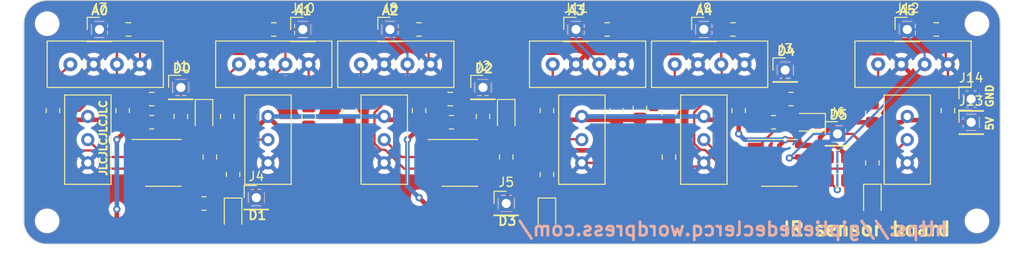
<source format=kicad_pcb>
(kicad_pcb (version 20221018) (generator pcbnew)
  (layers (0 "F.Cu" signal) (31 "B.Cu" signal) (34 "B.Paste" user) (35 "F.Paste" user) (36 "B.SilkS" user "B.Silkscreen") (37 "F.SilkS" user "F.Silkscreen") (38 "B.Mask" user) (39 "F.Mask" user) (44 "Edge.Cuts" user))
  (net 0 "")
  (net 1 "VCC")
  (net 2 "GND")
  (net 3 "Net-(J7-Pin_1)")
  (net 4 "Net-(J10-Pin_1)")
  (net 5 "Net-(J8-Pin_1)")
  (net 6 "Net-(J11-Pin_1)")
  (net 7 "Net-(J9-Pin_1)")
  (net 8 "Net-(J12-Pin_1)")
  (net 9 "Net-(D1-K)")
  (net 10 "Net-(D2-K)")
  (net 11 "Net-(D3-K)")
  (net 12 "Net-(D4-K)")
  (net 13 "Net-(D5-K)")
  (net 14 "Net-(D6-K)")
  (net 15 "Net-(J1-Pin_1)")
  (net 16 "Net-(J2-Pin_1)")
  (net 17 "Net-(J3-Pin_1)")
  (net 18 "Net-(J4-Pin_1)")
  (net 19 "Net-(J5-Pin_1)")
  (net 20 "Net-(J6-Pin_1)")
  (net 21 "Net-(R1-Pad2)")
  (net 22 "Net-(R2-Pad2)")
  (net 23 "Net-(R9-Pad2)")
  (net 24 "Net-(R10-Pad2)")
  (net 25 "Net-(R17-Pad2)")
  (net 26 "Net-(R18-Pad2)")
  (net 27 "Net-(U1A--)")
  (net 28 "Net-(U1B--)")
  (net 29 "Net-(U4A--)")
  (net 30 "Net-(U4B--)")
  (net 31 "Net-(U7A--)")
  (net 32 "Net-(U7B--)")
  (footprint "Capacitor_SMD:C_0805_2012Metric_Pad1.18x1.45mm_HandSolder" (layer "F.Cu") (at 218.6725 26.035)
    (fp_text reference "C8" hide)
    (fp_text value "104")
  )
  (footprint "Connector_PinHeader_2.54mm:PinHeader_1x01_P2.54mm_Vertical" (layer "F.Cu") (at 194.945 26.035)
    (fp_text reference "J8")
    (fp_text value "Analog")
  )
  (footprint "Package_SO:SO-8_3.9x4.9mm_P1.27mm" (layer "F.Cu") (at 170.18 40.64)
    (fp_text reference "U1" hide)
    (fp_text value "LM393")
  )
  (footprint "Resistor_SMD:R_0805_2012Metric_Pad1.20x1.40mm_HandSolder" (layer "F.Cu") (at 165.735 34.925 90)
    (fp_text reference "R3" hide)
    (fp_text value "10k")
  )
  (footprint "Capacitor_SMD:C_0805_2012Metric_Pad1.18x1.45mm_HandSolder" (layer "F.Cu") (at 198.12 26.035)
    (fp_text reference "C7" hide)
    (fp_text value "104")
  )
  (footprint "Custom:TCRT5000" (layer "F.Cu") (at 183.515 29.845)
    (fp_text reference "U3" hide)
    (fp_text value "TCRT5000")
  )
  (footprint "Connector_PinHeader_2.54mm:PinHeader_1x01_P2.54mm_Vertical" (layer "F.Cu") (at 205.105 32.385)
    (fp_text reference "J2")
    (fp_text value "Digital")
  )
  (footprint "Connector_PinHeader_2.54mm:PinHeader_1x01_P2.54mm_Vertical" (layer "F.Cu") (at 229.235 26.035)
    (fp_text reference "J9")
    (fp_text value "Analog")
  )
  (footprint "Resistor_SMD:R_0805_2012Metric_Pad1.20x1.40mm_HandSolder" (layer "F.Cu") (at 233.045 34.925 90)
    (fp_text reference "R19" hide)
    (fp_text value "10k")
  )
  (footprint "Resistor_SMD:R_0805_2012Metric_Pad1.20x1.40mm_HandSolder" (layer "F.Cu") (at 177.8 41.91 90)
    (fp_text reference "R8" hide)
    (fp_text value "1k")
  )
  (footprint "Connector_PinHeader_2.54mm:PinHeader_1x01_P2.54mm_Vertical" (layer "F.Cu") (at 258.445 33.655)
    (fp_text reference "J14")
    (fp_text value "GND")
  )
  (footprint "Resistor_SMD:R_0805_2012Metric_Pad1.20x1.40mm_HandSolder" (layer "F.Cu") (at 247.65 40.64 90)
    (fp_text reference "R24" hide)
    (fp_text value "1k")
  )
  (footprint "Resistor_SMD:R_0805_2012Metric_Pad1.20x1.40mm_HandSolder" (layer "F.Cu") (at 243.84 42.545 180)
    (fp_text reference "R20" hide)
    (fp_text value "10k")
  )
  (footprint "LED_SMD:LED_0805_2012Metric_Pad1.15x1.40mm_HandSolder" (layer "F.Cu") (at 174.625 35.56 -90)
    (fp_text reference "D1" hide)
    (fp_text value "LED")
  )
  (footprint "Resistor_SMD:R_0805_2012Metric_Pad1.20x1.40mm_HandSolder" (layer "F.Cu") (at 172.085 35.56 90)
    (fp_text reference "R7" hide)
    (fp_text value "1k")
  )
  (footprint "Resistor_SMD:R_0805_2012Metric_Pad1.20x1.40mm_HandSolder" (layer "F.Cu") (at 168.91 36.195)
    (fp_text reference "R5" hide)
    (fp_text value "10k")
  )
  (footprint "Resistor_SMD:R_0805_2012Metric_Pad1.20x1.40mm_HandSolder" (layer "F.Cu") (at 243.84 40.005 180)
    (fp_text reference "R23" hide)
    (fp_text value "10k")
  )
  (footprint "Custom:TCRT5000" (layer "F.Cu") (at 165.1 29.845)
    (fp_text reference "U2" hide)
    (fp_text value "TCRT5000")
  )
  (footprint "Capacitor_SMD:C_0805_2012Metric_Pad1.18x1.45mm_HandSolder" (layer "F.Cu") (at 232.41 26.035)
    (fp_text reference "C11" hide)
    (fp_text value "104")
  )
  (footprint "Capacitor_SMD:C_0805_2012Metric_Pad1.18x1.45mm_HandSolder" (layer "F.Cu") (at 225.425 40.005 -90)
    (fp_text reference "C9" hide)
    (fp_text value "104")
  )
  (footprint "Custom:TCRT5000" (layer "F.Cu") (at 217.805 29.845)
    (fp_text reference "U6" hide)
    (fp_text value "TCRT5000")
  )
  (footprint "Connector_PinHeader_2.54mm:PinHeader_1x01_P2.54mm_Vertical" (layer "F.Cu") (at 215.265 26.035)
    (fp_text reference "J11")
    (fp_text value "Analog")
  )
  (footprint "Potentiometer_THT:Potentiometer_Bourns_3296W_Vertical" (layer "F.Cu") (at 194.31 35.56 90)
    (fp_text reference "RV3" hide)
    (fp_text value "10k")
  )
  (footprint "LED_SMD:LED_0805_2012Metric_Pad1.15x1.40mm_HandSolder" (layer "F.Cu") (at 212.09 46.355 -90)
    (fp_text reference "D4" hide)
    (fp_text value "LED")
  )
  (footprint "Capacitor_SMD:C_0805_2012Metric_Pad1.18x1.45mm_HandSolder" (layer "F.Cu") (at 186.055 35.56 90)
    (fp_text reference "C2" hide)
    (fp_text value "104")
  )
  (footprint "Connector_PinHeader_2.54mm:PinHeader_1x01_P2.54mm_Vertical" (layer "F.Cu") (at 180.34 44.45)
    (fp_text reference "J4")
    (fp_text value "Digital")
  )
  (footprint "Resistor_SMD:R_0805_2012Metric_Pad1.20x1.40mm_HandSolder" (layer "F.Cu") (at 225.425 35.195 90)
    (fp_text reference "R17" hide)
    (fp_text value "180")
  )
  (footprint "Resistor_SMD:R_0805_2012Metric_Pad1.20x1.40mm_HandSolder" (layer "F.Cu") (at 177.165 35.56 90)
    (fp_text reference "R2" hide)
    (fp_text value "180")
  )
  (footprint "Custom:TCRT5000" (layer "F.Cu") (at 196.85 29.845)
    (fp_text reference "U5" hide)
    (fp_text value "TCRT5000")
  )
  (footprint "Capacitor_SMD:C_0805_2012Metric_Pad1.18x1.45mm_HandSolder" (layer "F.Cu") (at 254.635 26.035)
    (fp_text reference "C12" hide)
    (fp_text value "104")
  )
  (footprint "Potentiometer_THT:Potentiometer_Bourns_3296W_Vertical" (layer "F.Cu") (at 229.235 35.56 90)
    (fp_text reference "RV5" hide)
    (fp_text value "10k")
  )
  (footprint "Capacitor_SMD:C_0805_2012Metric_Pad1.18x1.45mm_HandSolder" (layer "F.Cu") (at 168.91 33.655)
    (fp_text reference "C1" hide)
    (fp_text value "104")
  )
  (footprint "Package_SO:SO-8_3.9x4.9mm_P1.27mm" (layer "F.Cu") (at 237.49 40.64)
    (fp_text reference "U7" hide)
    (fp_text value "LM393")
  )
  (footprint "Connector_PinHeader_2.54mm:PinHeader_1x01_P2.54mm_Vertical" (layer "F.Cu") (at 238.125 30.48)
    (fp_text reference "J3")
    (fp_text value "Digital")
  )
  (footprint "Resistor_SMD:R_0805_2012Metric_Pad1.20x1.40mm_HandSolder" (layer "F.Cu") (at 198.12 34.925 90)
    (fp_text reference "R11" hide)
    (fp_text value "10k")
  )
  (footprint "LED_SMD:LED_0805_2012Metric_Pad1.15x1.40mm_HandSolder" (layer "F.Cu") (at 240.665 36.195 180)
    (fp_text reference "D5" hide)
    (fp_text value "LED")
  )
  (footprint "Potentiometer_THT:Potentiometer_Bourns_3296W_Vertical" (layer "F.Cu") (at 161.925 35.56 90)
    (fp_text reference "RV1" hide)
    (fp_text value "10k")
  )
  (footprint "Connector_PinHeader_2.54mm:PinHeader_1x01_P2.54mm_Vertical" (layer "F.Cu") (at 251.46 26.035)
    (fp_text reference "J12")
    (fp_text value "Analog")
  )
  (footprint "Resistor_SMD:R_0805_2012Metric_Pad1.20x1.40mm_HandSolder" (layer "F.Cu") (at 207.645 40.005 -90)
    (fp_text reference "R15" hide)
    (fp_text value "10k")
  )
  (footprint "MountingHole:MountingHole_2.2mm_M2" (layer "F.Cu") (at 259.08 46.99)
    (fp_text reference "H2" hide)
    (fp_text value "MountingHole")
  )
  (footprint "Resistor_SMD:R_0805_2012Metric_Pad1.20x1.40mm_HandSolder" (layer "F.Cu") (at 247.65 35.195 90)
    (fp_text reference "R18" hide)
    (fp_text value "180")
  )
  (footprint "Potentiometer_THT:Potentiometer_Bourns_3296W_Vertical" (layer "F.Cu") (at 251.46 35.56 90)
    (fp_text reference "RV6" hide)
    (fp_text value "10k")
  )
  (footprint "Resistor_SMD:R_0805_2012Metric_Pad1.20x1.40mm_HandSolder" (layer "F.Cu") (at 212.09 34.925 90)
    (fp_text reference "R10" hide)
    (fp_text value "180")
  )
  (footprint "Capacitor_SMD:C_0805_2012Metric_Pad1.18x1.45mm_HandSolder" (layer "F.Cu") (at 201.5275 33.655)
    (fp_text reference "C5" hide)
    (fp_text value "104")
  )
  (footprint "Resistor_SMD:R_0805_2012Metric_Pad1.20x1.40mm_HandSolder" (layer "F.Cu") (at 219.71 34.925 90)
    (fp_text reference "R12" hide)
    (fp_text value "10k" hide)
  )
  (footprint "Capacitor_SMD:C_0805_2012Metric_Pad1.18x1.45mm_HandSolder" (layer "F.Cu") (at 222.25 34.6925 90)
    (fp_text reference "C6" hide)
    (fp_text value "104")
  )
  (footprint "Connector_PinHeader_2.54mm:PinHeader_1x01_P2.54mm_Vertical" (layer "F.Cu") (at 243.84 37.465)
    (fp_text reference "J6")
    (fp_text value "Digital")
  )
  (footprint "Capacitor_SMD:C_0805_2012Metric_Pad1.18x1.45mm_HandSolder" (layer "F.Cu") (at 182.245 26.035 180)
    (fp_text reference "C4" hide)
    (fp_text value "104")
  )
  (footprint "MountingHole:MountingHole_2.2mm_M2" (layer "F.Cu") (at 259.08 25.4)
    (fp_text reference "H3" hide)
    (fp_text value "MountingHole")
  )
  (footprint "Resistor_SMD:R_0805_2012Metric_Pad1.20x1.40mm_HandSolder" (layer "F.Cu") (at 205.105 35.56 90)
    (fp_text reference "R14" hide)
    (fp_text value "1k")
  )
  (footprint "Capacitor_SMD:C_0805_2012Metric_Pad1.18x1.45mm_HandSolder" (layer "F.Cu") (at 255.905 34.925 90)
    (fp_text reference "C10" hide)
    (fp_text value "104")
  )
  (footprint "LED_SMD:LED_0805_2012Metric_Pad1.15x1.40mm_HandSolder" (layer "F.Cu") (at 247.65 44.84 -90)
    (fp_text reference "D6" hide)
    (fp_text value "LED")
  )
  (footprint "Custom:TCRT5000" (layer "F.Cu") (at 231.14 29.845)
    (fp_text reference "U8" hide)
    (fp_text value "TCRT5000")
  )
  (footprint "LED_SMD:LED_0805_2012Metric_Pad1.15x1.40mm_HandSolder" (layer "F.Cu") (at 177.8 46.355 -90)
    (fp_text reference "D2" hide)
    (fp_text value "LED")
  )
  (footprint "Custom:TCRT5000" (layer "F.Cu") (at 253.365 29.845)
    (fp_text reference "U9" hide)
    (fp_text value "TCRT5000")
  )
  (footprint "Connector_PinHeader_2.54mm:PinHeader_1x01_P2.54mm_Vertical" (layer "F.Cu") (at 258.445 36.195)
    (fp_text reference "J13")
    (fp_text value "VCC")
  )
  (footprint "Resistor_SMD:R_0805_2012Metric_Pad1.20x1.40mm_HandSolder" (layer "F.Cu") (at 158.115 34.925 90)
    (fp_text reference "R1" hide)
    (fp_text value "180")
  )
  (footprint "MountingHole:MountingHole_2.2mm_M2" (layer "F.Cu") (at 157.48 25.4)
    (fp_text reference "H4" hide)
    (fp_text value "MountingHole")
  )
  (footprint "Resistor_SMD:R_0805_2012Metric_Pad1.20x1.40mm_HandSolder" (layer "F.Cu") (at 175.26 40.005 -90)
    (fp_text reference "R6" hide)
    (fp_text value "10k")
  )
  (footprint "LED_SMD:LED_0805_2012Metric_Pad1.15x1.40mm_HandSolder" (layer "F.Cu") (at 207.645 35.56 -90)
    (fp_text reference "D3" hide)
    (fp_text value "LED")
  )
  (footprint "Resistor_SMD:R_0805_2012Metric_Pad1.20x1.40mm_HandSolder" (layer "F.Cu") (at 190.5 34.925 90)
    (fp_text reference "R9" hide)
    (fp_text value "180")
  )
  (footprint "Resistor_SMD:R_0805_2012Metric_Pad1.20x1.40mm_HandSolder" (layer "F.Cu") (at 201.66 36.195)
    (fp_text reference "R13" hide)
    (fp_text value "10k")
  )
  (footprint "Potentiometer_THT:Potentiometer_Bourns_3296W_Vertical" (layer "F.Cu") (at 181.61 35.56 90)
    (fp_text reference "RV2" hide)
    (fp_text value "10k")
  )
  (footprint "Connector_PinHeader_2.54mm:PinHeader_1x01_P2.54mm_Vertical" (layer "F.Cu") (at 207.645 45.085)
    (fp_text reference "J5")
    (fp_text value "Digital")
  )
  (footprint "Resistor_SMD:R_0805_2012Metric_Pad1.20x1.40mm_HandSolder" (layer "F.Cu") (at 236.855 36.195)
    (fp_text reference "R21" hide)
    (fp_text value "10k")
  )
  (footprint "Resistor_SMD:R_0805_2012Metric_Pad1.20x1.40mm_HandSolder" (layer "F.Cu") (at 212.09 41.91 90)
    (fp_text reference "R16" hide)
    (fp_text value "1k")
  )
  (footprint "MountingHole:MountingHole_2.2mm_M2" (layer "F.Cu") (at 157.48 46.99)
    (fp_text reference "H1" hide)
    (fp_text value "MountingHole")
  )
  (footprint "Connector_PinHeader_2.54mm:PinHeader_1x01_P2.54mm_Vertical" (layer "F.Cu") (at 172.085 32.385)
    (fp_text reference "J1")
    (fp_text value "Digital")
  )
  (footprint "Connector_PinHeader_2.54mm:PinHeader_1x01_P2.54mm_Vertical" (layer "F.Cu") (at 163.195 26.035)
    (fp_text reference "J7")
    (fp_text value "Analog")
  )
  (footprint "Potentiometer_THT:Potentiometer_Bourns_3296W_Vertical" (layer "F.Cu") (at 215.9 35.56 90)
    (fp_text reference "RV4" hide)
    (fp_text value "10k")
  )
  (footprint "Capacitor_SMD:C_0805_2012Metric_Pad1.18x1.45mm_HandSolder" (layer "F.Cu") (at 166.37 26.035)
    (fp_text reference "C3" hide)
    (fp_text value "104")
  )
  (footprint "Resistor_SMD:R_0805_2012Metric_Pad1.20x1.40mm_HandSolder" (layer "F.Cu") (at 174.625 45.085 180)
    (fp_text reference "R4" hide)
    (fp_text value "10k")
  )
  (footprint "Resistor_SMD:R_0805_2012Metric_Pad1.20x1.40mm_HandSolder" (layer "F.Cu") (at 238.76 33.655 180)
    (fp_text reference "R22" hide)
    (fp_text value "1k")
  )
  (footprint "Package_SO:SO-8_3.9x4.9mm_P1.27mm" (layer "F.Cu") (at 202.565 40.64)
    (fp_text reference "U4" hide)
    (fp_text value "LM393")
  )
  (footprint "Connector_PinHeader_2.54mm:PinHeader_1x01_P2.54mm_Vertical" (layer "F.Cu") (at 185.42 26.035)
    (fp_text reference "J10")
    (fp_text value "Analog")
  )
  (gr_line (start 157.48 49.53) (end 259.08 49.53) (stroke (width 0.1)) (layer "Edge.Cuts"))
  (gr_line (start 154.94 25.4) (end 154.94 46.99) (stroke (width 0.1)) (layer "Edge.Cuts"))
  (gr_arc (start 154.94 25.4) (mid 155.683949 23.603949) (end 157.48 22.86) (stroke (width 0.1)) (layer "Edge.Cuts"))
  (gr_line (start 261.62 46.99) (end 261.62 25.4) (stroke (width 0.1)) (layer "Edge.Cuts"))
  (gr_line (start 259.08 22.86) (end 157.48 22.86) (stroke (width 0.1)) (layer "Edge.Cuts"))
  (gr_arc (start 259.08 22.86) (mid 260.876051 23.603949) (end 261.62 25.4) (stroke (width 0.1)) (layer "Edge.Cuts"))
  (gr_arc (start 157.48 49.53) (mid 155.683949 48.786051) (end 154.94 46.99) (stroke (width 0.1)) (layer "Edge.Cuts"))
  (gr_arc (start 261.62 46.99) (mid 260.876051 48.786051) (end 259.08 49.53) (stroke (width 0.1)) (layer "Edge.Cuts"))
  (gr_text "https://giptiebedeclercq.wordpress.com/" (at 256.032 48.768) (layer "B.SilkS") (effects (font (size 1.5 1.5) (thickness 0.3) bold) (justify left bottom mirror)))
  (gr_text "A5" (at 250.46 24.535) (layer "F.SilkS") (effects (font (size 1 1) (thickness 0.2) bold) (justify left bottom)))
  (gr_text "D4" (at 237.125 28.98) (layer "F.SilkS") (effects (font (size 1 1) (thickness 0.2) bold) (justify left bottom)))
  (gr_text "IR sensor board" (at 237.744 48.768) (layer "F.SilkS") (effects (font (size 1.5 1.5) (thickness 0.3) bold) (justify left bottom)))
  (gr_text "A4" (at 228.235 24.535) (layer "F.SilkS") (effects (font (size 1 1) (thickness 0.2) bold) (justify left bottom)))
  (gr_text "D5" (at 242.84 35.965) (layer "F.SilkS") (effects (font (size 1 1) (thickness 0.2) bold) (justify left bottom)))
  (gr_text "GND" (at 260.945 34.655 90) (layer "F.SilkS") (effects (font (size 0.8 0.8) (thickness 0.2) bold) (justify left bottom)))
  (gr_text "D2" (at 204.105 30.885) (layer "F.SilkS") (effects (font (size 1 1) (thickness 0.2) bold) (justify left bottom)))
  (gr_text "A1" (at 184.42 24.535) (layer "F.SilkS") (effects (font (size 1 1) (thickness 0.2) bold) (justify left bottom)))
  (gr_text "A0" (at 162.195 24.535) (layer "F.SilkS") (effects (font (size 1 1) (thickness 0.2) bold) (justify left bottom)))
  (gr_text "D3" (at 206.645 47.585) (layer "F.SilkS") (effects (font (size 1 1) (thickness 0.2) bold) (justify left bottom)))
  (gr_text "D1" (at 179.34 46.95) (layer "F.SilkS") (effects (font (size 1 1) (thickness 0.2) bold) (justify left bottom)))
  (gr_text "A3" (at 214.265 24.535) (layer "F.SilkS") (effects (font (size 1 1) (thickness 0.2) bold) (justify left bottom)))
  (gr_text "5V" (at 260.945 37.195 90) (layer "F.SilkS") (effects (font (size 0.8 0.8) (thickness 0.2) bold) (justify left bottom)))
  (gr_text "JLCJLCJLCJLC" (at 164.084 42.164 90) (layer "F.SilkS") (effects (font (size 0.8 0.8) (thickness 0.2) bold) (justify left bottom)))
  (gr_text "A2" (at 193.945 24.535) (layer "F.SilkS") (effects (font (size 1 1) (thickness 0.2) bold) (justify left bottom)))
  (gr_text "D0" (at 171.085 30.885) (layer "F.SilkS") (effects (font (size 1 1) (thickness 0.2) bold) (justify left bottom)))
  (segment (start 181.22 47.38) (end 186.055 42.545) (width 0.5) (layer "F.Cu") (net 1))
  (segment (start 212.09 35.925) (end 215.535 35.925) (width 0.5) (layer "F.Cu") (net 1))
  (segment (start 244.84 40.005) (end 244.84 39.887272) (width 0.5) (layer "F.Cu") (net 1))
  (segment (start 205.14 38.735) (end 207.375 38.735) (width 0.5) (layer "F.Cu") (net 1))
  (segment (start 225.425 38.9675) (end 225.425 36.195) (width 0.5) (layer "F.Cu") (net 1))
  (segment (start 207.375 38.735) (end 207.645 39.005) (width 0.5) (layer "F.Cu") (net 1))
  (segment (start 158.115 35.925) (end 161.56 35.925) (width 0.5) (layer "F.Cu") (net 1))
  (segment (start 222.25 35.73) (end 224.96 35.73) (width 0.5) (layer "F.Cu") (net 1))
  (segment (start 217.27 39.27) (end 219.71 36.83) (width 0.5) (layer "F.Cu") (net 1))
  (segment (start 167.91 36.195) (end 167.91 33.6925) (width 0.5) (layer "F.Cu") (net 1))
  (segment (start 165.735 35.925) (end 165.735 37.465) (width 0.5) (layer "F.Cu") (net 1))
  (segment (start 212.09 47.38) (end 213.995 45.475) (width 0.5) (layer "F.Cu") (net 1))
  (segment (start 213.995 39.1867) (end 214.0783 39.27) (width 0.5) (layer "F.Cu") (net 1))
  (segment (start 176.92 48.26) (end 177.8 47.38) (width 0.5) (layer "F.Cu") (net 1))
  (segment (start 246.38 45.72) (end 247.505 45.72) (width 0.5) (layer "F.Cu") (net 1))
  (segment (start 162.29 35.925) (end 161.925 35.56) (width 0.5) (layer "F.Cu") (net 1))
  (segment (start 224.96 35.73) (end 225.425 36.195) (width 0.5) (layer "F.Cu") (net 1))
  (segment (start 194.675 35.925) (end 194.31 35.56) (width 0.5) (layer "F.Cu") (net 1))
  (segment (start 165.735 37.465) (end 165.1 38.1) (width 0.5) (layer "F.Cu") (net 1))
  (segment (start 172.755 38.735) (end 174.99 38.735) (width 0.5) (layer "F.Cu") (net 1))
  (segment (start 198.12 44.45) (end 201.05 47.38) (width 0.5) (layer "F.Cu") (net 1))
  (segment (start 177.8 47.38) (end 181.22 47.38) (width 0.5) (layer "F.Cu") (net 1))
  (segment (start 201.05 47.38) (end 212.09 47.38) (width 0.5) (layer "F.Cu") (net 1))
  (segment (start 238.125 38.1) (end 237.49 38.735) (width 0.5) (layer "F.Cu") (net 1))
  (segment (start 174.99 38.735) (end 175.26 39.005) (width 0.5) (layer "F.Cu") (net 1))
  (segment (start 258.445 36.195) (end 256.1375 36.195) (width 0.5) (layer "F.Cu") (net 1))
  (segment (start 182.6475 36.5975) (end 186.055 36.5975) (width 0.5) (layer "F.Cu") (net 1))
  (segment (start 198.12 35.925) (end 198.12 36.83) (width 0.5) (layer "F.Cu") (net 1))
  (segment (start 238.76 45.72) (end 246.38 45.72) (width 0.5) (layer "F.Cu") (net 1))
  (segment (start 166.37 48.26) (end 176.92 48.26) (width 0.5) (layer "F.Cu") (net 1))
  (segment (start 251.8625 35.9625) (end 251.46 35.56) (width 0.5) (layer "F.Cu") (net 1))
  (segment (start 219.71 35.925) (end 222.055 35.925) (width 0.5) (layer "F.Cu") (net 1))
  (segment (start 174.65 36.56) (end 174.625 36.585) (width 0.5) (layer "F.Cu") (net 1))
  (segment (start 180.61 36.56) (end 181.61 35.56) (width 0.5) (layer "F.Cu") (net 1))
  (segment (start 241.935 38.735) (end 240.065 38.735) (width 0.5) (layer "F.Cu") (net 1))
  (segment (start 256.1375 36.195) (end 255.905 35.9625) (width 0.5) (layer "F.Cu") (net 1))
  (segment (start 222.055 35.925) (end 222.25 35.73) (width 0.5) (layer "F.Cu") (net 1))
  (segment (start 165.735 35.925) (end 162.29 35.925) (width 0.5) (layer "F.Cu") (net 1))
  (segment (start 238.125 38.1) (end 239.43 38.1) (width 0.5) (layer "F.Cu") (net 1))
  (segment (start 244.84 44.18) (end 246.38 45.72) (width 0.5) (layer "F.Cu") (net 1))
  (segment (start 175.26 37.22) (end 174.625 36.585) (width 0.5) (layer "F.Cu") (net 1))
  (segment (start 211.43 36.585) (end 212.09 35.925) (width 0.5) (layer "F.Cu") (net 1))
  (segment (start 213.995 45.475) (end 213.995 39.1867) (width 0.5) (layer "F.Cu") (net 1))
  (segment (start 198.12 35.925) (end 194.675 35.925) (width 0.5) (layer "F.Cu") (net 1))
  (segment (start 216.265 35.925) (end 215.9 35.56) (width 0.5) (layer "F.Cu") (net 1))
  (segment (start 244.84 42.545) (end 244.84 44.18) (width 0.5) (layer "F.Cu") (net 1))
  (segment (start 243.6 36.195) (end 247.65 36.195) (width 0.5) (layer "F.Cu") (net 1))
  (segment (start 237.49 38.735) (end 237.49 44.45) (width 0.5) (layer "F.Cu") (net 1))
  (segment (start 186.055 36.5975) (end 189.8275 36.5975) (width 0.5) (layer "F.Cu") (net 1))
  (segment (start 198.12 35.925) (end 200.39 35.925) (width 0.5) (layer "F.Cu") (net 1))
  (segment (start 176.92 48.26) (end 175.625 46.965) (width 0.5) (layer "F.Cu") (net 1))
  (segment (start 250.825 36.195) (end 251.46 35.56) (width 0.5) (layer "F.Cu") (net 1))
  (segment (start 235.585 35.925) (end 235.855 36.195) (width 0.5) (layer "F.Cu") (net 1))
  (segment (start 244.84 39.887272) (end 243.687728 38.735) (width 0.5) (layer "F.Cu") (net 1))
  (segment (start 174.6375 36.585) (end 174.625 36.585) (width 0.25) (layer "F.Cu") (net 1))
  (segment (start 215.535 35.925) (end 215.9 35.56) (width 0.5) (layer "F.Cu") (net 1))
  (segment (start 186.055 42.545) (end 186.055 36.5975) (width 0.5) (layer "F.Cu") (net 1))
  (segment (start 239.64 36.195) (end 239.64 38.31) (width 0.5) (layer "F.Cu") (net 1))
  (segment (start 213.8133 39.005) (end 213.995 39.1867) (width 0.5) (layer "F.Cu") (net 1))
  (segment (start 198.12 36.83) (end 196.85 38.1) (width 0.5) (layer "F.Cu") (net 1))
  (segment (start 177.165 36.56) (end 174.65 36.56) (width 0.5) (layer "F.Cu") (net 1))
  (segment (start 165.1 46.99) (end 166.37 48.26) (width 0.5) (layer "F.Cu") (net 1))
  (segment (start 214.0783 39.27) (end 217.27 39.27) (width 0.5) (layer "F.Cu") (net 1))
  (segment (start 233.045 35.925) (end 235.585 35.925) (width 0.5) (layer "F.Cu") (net 1))
  (segment (start 175.625 46.965) (end 175.625 45.085) (width 0.5) (layer "F.Cu") (net 1))
  (segment (start 243.687728 38.735) (end 241.935 38.735) (width 0.5) (layer "F.Cu") (net 1))
  (segment (start 175.26 39.005) (end 175.26 37.22) (width 0.5) (layer "F.Cu") (net 1))
  (segment (start 207.645 39.005) (end 213.8133 39.005) (width 0.5) (layer "F.Cu") (net 1))
  (segment (start 207.645 36.585) (end 211.43 36.585) (width 0.5) (layer "F.Cu") (net 1))
  (segment (start 241.935 37.86) (end 243.6 36.195) (width 0.5) (layer "F.Cu") (net 1))
  (segment (start 200.39 35.925) (end 200.66 36.195) (width 0.5) (layer "F.Cu") (net 1))
  (segment (start 167.91 33.6925) (end 167.8725 33.655) (width 0.5) (layer "F.Cu") (net 1))
  (segment (start 167.64 35.925) (end 167.91 36.195) (width 0.5) (layer "F.Cu") (net 1))
  (segment (start 219.71 35.925) (end 216.265 35.925) (width 0.5) (layer "F.Cu") (net 1))
  (segment (start 240.0475 38.7175) (end 240.065 38.735) (width 0.25) (layer "F.Cu") (net 1))
  (segment (start 177.165 36.56) (end 180.61 36.56) (width 0.5) (layer "F.Cu") (net 1))
  (segment (start 165.735 35.925) (end 167.64 35.925) (width 0.5) (layer "F.Cu") (net 1))
  (segment (start 247.65 36.195) (end 250.825 36.195) (width 0.5) (layer "F.Cu") (net 1))
  (segment (start 189.8275 36.5975) (end 190.5 35.925) (width 0.5) (layer "F.Cu") (net 1))
  (segment (start 200.49 36.195) (end 200.66 36.195) (width 0.25) (layer "F.Cu") (net 1))
  (segment (start 241.935 38.735) (end 241.935 37.86) (width 0.5) (layer "F.Cu") (net 1))
  (segment (start 219.71 36.83) (end 219.71 35.925) (width 0.5) (layer "F.Cu") (net 1))
  (segment (start 233.045 35.925) (end 233.045 37.465) (width 0.5) (layer "F.Cu") (net 1))
  (segment (start 165.1 45.72) (end 165.1 46.99) (width 0.5) (layer "F.Cu") (net 1))
  (segment (start 255.905 35.9625) (end 251.8625 35.9625) (width 0.5) (layer "F.Cu") (net 1))
  (segment (start 239.43 38.1) (end 240.0475 38.7175) (width 0.5) (layer "F.Cu") (net 1))
  (segment (start 233.045 35.925) (end 229.6 35.925) (width 0.5) (layer "F.Cu") (net 1))
  (segment (start 181.61 35.56) (end 182.6475 36.5975) (width 0.5) (layer "F.Cu") (net 1))
  (segment (start 200.49 33.655) (end 200.49 36.025) (width 0.5) (layer "F.Cu") (net 1))
  (segment (start 174.6625 36.56) (end 174.6375 36.585) (width 0.25) (layer "F.Cu") (net 1))
  (segment (start 237.49 44.45) (end 238.76 45.72) (width 0.5) (layer "F.Cu") (net 1))
  (segment (start 239.64 38.31) (end 240.065 38.735) (width 0.5) (layer "F.Cu") (net 1))
  (segment (start 161.56 35.925) (end 161.925 35.56) (width 0.5) (layer "F.Cu") (net 1))
  (segment (start 200.49 36.025) (end 200.66 36.195) (width 0.5) (layer "F.Cu") (net 1))
  (segment (start 225.0575 35.8275) (end 225.425 36.195) (width 0.25) (layer "F.Cu") (net 1))
  (segment (start 247.505 45.72) (end 247.65 45.865) (width 0.5) (layer "F.Cu") (net 1))
  (segment (start 229.6 35.925) (end 229.235 35.56) (width 0.5) (layer "F.Cu") (net 1))
  (via (at 233.045 37.465) (size 0.8) (drill 0.4) (layers "F.Cu" "B.Cu") (net 1))
  (via (at 165.1 38.1) (size 0.8) (drill 0.4) (layers "F.Cu" "B.Cu") (net 1))
  (via (at 238.125 38.1) (size 0.8) (drill 0.4) (layers "F.Cu" "B.Cu") (net 1))
  (via (at 165.1 45.72) (size 0.8) (drill 0.4) (layers "F.Cu" "B.Cu") (net 1))
  (via (at 198.12 44.45) (size 0.8) (drill 0.4) (layers "F.Cu" "B.Cu") (net 1))
  (via (at 196.85 38.1) (size 0.8) (drill 0.4) (layers "F.Cu" "B.Cu") (net 1))
  (segment (start 233.045 37.465) (end 233.68 38.1) (width 0.5) (layer "B.Cu") (net 1))
  (segment (start 196.85 43.18) (end 198.12 44.45) (width 0.5) (layer "B.Cu") (net 1))
  (segment (start 165.1 38.1) (end 165.1 45.72) (width 0.5) (layer "B.Cu") (net 1))
  (segment (start 215.9 35.56) (end 229.235 35.56) (width 0.5) (layer "B.Cu") (net 1))
  (segment (start 233.68 38.1) (end 238.125 38.1) (width 0.5) (layer "B.Cu") (net 1))
  (segment (start 181.61 35.56) (end 194.31 35.56) (width 0.5) (layer "B.Cu") (net 1))
  (segment (start 196.85 38.1) (end 196.85 43.18) (width 0.5) (layer "B.Cu") (net 1))
  (segment (start 255.6725 28.7144) (end 255.6725 27.94) (width 0.25) (layer "F.Cu") (net 2))
  (segment (start 202.565 33.02) (end 199.39 29.845) (width 0.25) (layer "F.Cu") (net 2))
  (segment (start 169.9475 32.1525) (end 169.9475 33.655) (width 0.25) (layer "F.Cu") (net 2))
  (segment (start 255.905 33.655) (end 255.905 33.8875) (width 0.25) (layer "F.Cu") (net 2))
  (segment (start 234.6555 28.7561) (end 234.6555 27.243) (width 0.25) (layer "F.Cu") (net 2))
  (segment (start 179.847 28.717) (end 173.383 28.717) (width 0.25) (layer "F.Cu") (net 2))
  (segment (start 258.445 33.655) (end 257.6931 33.655) (width 0.25) (layer "F.Cu") (net 2))
  (segment (start 219.71 26.035) (end 219.71 28.7316) (width 0.25) (layer "F.Cu") (net 2))
  (segment (start 179.847 28.717) (end 180.975 29.845) (width 0.25) (layer "F.Cu") (net 2))
  (segment (start 173.383 28.717) (end 169.9475 32.1525) (width 0.25) (layer "F.Cu") (net 2))
  (segment (start 234.6555 28.8695) (end 234.6555 28.7561) (width 0.25) (layer "F.Cu") (net 2))
  (segment (start 228.6 29.845) (end 227.4954 28.7404) (width 0.25) (layer "F.Cu") (net 2))
  (segment (start 225.425 41.0425) (end 228.8325 41.0425) (width 0.25) (layer "F.Cu") (net 2))
  (segment (start 199.1575 29.6125) (end 199.39 29.845) (width 0.25) (layer "F.Cu") (net 2))
  (segment (start 219.71 28.7316) (end 219.71 29.21) (width 0.25) (layer "F.Cu") (net 2))
  (segment (start 181.2075 26.035) (end 179.847 27.3955) (width 0.25) (layer "F.Cu") (net 2))
  (segment (start 167.64 29.845) (end 169.9475 32.1525) (width 0.25) (layer "F.Cu") (net 2))
  (segment (start 163.83 42.545) (end 161.925 40.64) (width 0.25) (layer "F.Cu") (net 2))
  (segment (start 255.6725 27.94) (end 252.73 27.94) (width 0.25) (layer "F.Cu") (net 2))
  (segment (start 229.235 40.64) (end 231.14 42.545) (width 0.25) (layer "F.Cu") (net 2))
  (segment (start 222.25 31.75) (end 222.25 33.655) (width 0.25) (layer "F.Cu") (net 2))
  (segment (start 249.7361 28.7561) (end 250.825 29.845) (width 0.25) (layer "F.Cu") (net 2))
  (segment (start 227.4954 28.7404) (end 225.2596 28.7404) (width 0.25) (layer "F.Cu") (net 2))
  (segment (start 233.68 29.845) (end 234.6555 28.8695) (width 0.25) (layer "F.Cu") (net 2))
  (segment (start 255.905 33.655) (end 257.6931 33.655) (width 0.25) (layer "F.Cu") (net 2))
  (segment (start 216.3784 28.7316) (end 215.265 29.845) (width 0.25) (layer "F.Cu") (net 2))
  (segment (start 206.8818 28.7032) (end 202.565 33.02) (width 0.25) (layer "F.Cu") (net 2))
  (segment (start 220.345 29.845) (end 222.25 31.75) (width 0.25) (layer "F.Cu") (net 2))
  (segment (start 186.055 29.845) (end 186.055 34.5225) (width 0.25) (layer "F.Cu") (net 2))
  (segment (start 255.6725 29.6125) (end 255.905 29.845) (width 0.25) (layer "F.Cu") (net 2))
  (segment (start 215.265 29.845) (end 214.1232 28.7032) (width 0.25) (layer "F.Cu") (net 2))
  (segment (start 255.6725 26.035) (end 255.6725 28.7144) (width 0.25) (layer "F.Cu") (net 2))
  (segment (start 199.1575 26.035) (end 199.1575 29.6125) (width 0.25) (layer "F.Cu") (net 2))
  (segment (start 196.215 42.545) (end 199.99 42.545) (width 0.25) (layer "F.Cu") (net 2))
  (segment (start 255.6725 28.7144) (end 255.6725 29.6125) (width 0.25) (layer "F.Cu") (net 2))
  (segment (start 214.1232 28.7032) (end 206.8818 28.7032) (width 0.25) (layer "F.Cu") (net 2))
  (segment (start 194.31 40.64) (end 196.215 42.545) (width 0.25) (layer "F.Cu") (net 2))
  (segment (start 167.64 26.2675) (end 167.64 29.845) (width 0.25) (layer "F.Cu") (net 2))
  (segment (start 225.2596 28.7404) (end 222.25 31.75) (width 0.25) (layer "F.Cu") (net 2))
  (segment (start 231.14 42.545) (end 234.915 42.545) (width 0.25) (layer "F.Cu") (net 2))
  (segment (start 202.565 33.655) (end 202.565 33.02) (width 0.25) (layer "F.Cu") (net 2))
  (segment (start 219.71 28.7316) (end 216.3784 28.7316) (width 0.25) (layer "F.Cu") (net 2))
  (segment (start 215.9 40.64) (end 225.0225 40.64) (width 0.25) (layer "F.Cu") (net 2))
  (segment (start 234.6555 28.7561) (end 249.7361 28.7561) (width 0.25) (layer "F.Cu") (net 2))
  (segment (start 167.4075 26.035) (end 167.64 26.2675) (width 0.25) (layer "F.Cu") (net 2))
  (segment (start 225.0225 40.64) (end 225.425 41.0425) (width 0.25) (layer "F.Cu") (net 2))
  (segment (start 179.847 27.3955) (end 179.847 28.717) (width 0.25) (layer "F.Cu") (net 2))
  (segment (start 234.6555 27.243) (end 233.4475 26.035) (width 0.25) (layer "F.Cu") (net 2))
  (segment (start 219.71 29.21) (end 220.345 29.845) (width 0.25) (layer "F.Cu") (net 2))
  (segment (start 228.8325 41.0425) (end 229.235 40.64) (width 0.25) (layer "F.Cu") (net 2))
  (segment (start 167.605 42.545) (end 163.83 42.545) (width 0.25) (layer "F.Cu") (net 2))
  (segment (start 252.73 27.94) (end 250.825 29.845) (width 0.25) (layer "F.Cu") (net 2))
  (segment (start 255.905 29.845) (end 255.905 33.655) (width 0.25) (layer "F.Cu") (net 2))
  (segment (start 193.2183 30.9367) (end 194.31 29.845) (width 0.25) (layer "B.Cu") (net 2))
  (segment (start 163.7102 38.8548) (end 163.7102 31.115) (width 0.25) (layer "B.Cu") (net 2))
  (segment (start 161.925 40.64) (end 163.7102 38.8548) (width 0.25) (layer "B.Cu") (net 2))
  (segment (start 163.7102 30.9952) (end 162.56 29.845) (width 0.25) (layer "B.Cu") (net 2))
  (segment (start 230.3135 39.5615) (end 230.3135 30.9807) (width 0.25) (layer "B.Cu") (net 2))
  (segment (start 232.5443 30.9807) (end 233.68 29.845) (width 0.25) (layer "B.Cu") (net 2))
  (segment (start 167.64 29.845) (end 166.4898 30.9952) (width 0.25) (layer "B.Cu") (net 2))
  (segment (start 229.235 40.64) (end 230.3135 39.5615) (width 0.25) (layer "B.Cu") (net 2))
  (segment (start 195.3994 39.5506) (end 195.3994 30.9344) (width 0.25) (layer "B.Cu") (net 2))
  (segment (start 182.0639 30.9339) (end 184.9661 30.9339) (width 0.25) (layer "B.Cu") (net 2))
  (segment (start 230.3135 30.9807) (end 232.5443 30.9807) (width 0.25) (layer "B.Cu") (net 2))
  (segment (start 258.445 33.655) (end 257.6931 33.655) (width 0.25) (layer "B.Cu") (net 2))
  (segment (start 187.1467 30.9367) (end 193.2183 30.9367) (width 0.25) (layer "B.Cu") (net 2))
  (segment (start 257.6931 34.4069) (end 251.46 40.64) (width 0.25) (layer "B.Cu") (net 2))
  (segment (start 180.5591 39.5891) (end 181.61 40.64) (width 0.25) (layer "B.Cu") (net 2))
  (segment (start 166.4898 30.9952) (end 163.7102 30.9952) (width 0.25) (layer "B.Cu") (net 2))
  (segment (start 229.7357 30.9807) (end 230.3135 30.9807) (width 0.25) (layer "B.Cu") (net 2))
  (segment (start 257.6931 33.655) (end 257.6931 34.4069) (width 0.25) (layer "B.Cu") (net 2))
  (segment (start 194.31 40.64) (end 195.3994 39.5506) (width 0.25) (layer "B.Cu") (net 2))
  (segment (start 228.6 29.845) (end 229.7357 30.9807) (width 0.25) (layer "B.Cu") (net 2))
  (segment (start 180.5591 32.4387) (end 180.5591 39.5891) (width 0.25) (layer "B.Cu") (net 2))
  (segment (start 198.3006 30.9344) (end 195.3994 30.9344) (width 0.25) (layer "B.Cu") (net 2))
  (segment (start 186.055 29.845) (end 187.1467 30.9367) (width 0.25) (layer "B.Cu") (net 2))
  (segment (start 180.975 29.845) (end 182.0639 30.9339) (width 0.25) (layer "B.Cu") (net 2))
  (segment (start 199.39 29.845) (end 198.3006 30.9344) (width 0.25) (layer "B.Cu") (net 2))
  (segment (start 163.7102 31.115) (end 163.83 30.9952) (width 0.25) (layer "B.Cu") (net 2))
  (segment (start 182.0639 30.9339) (end 180.5591 32.4387) (width 0.25) (layer "B.Cu") (net 2))
  (segment (start 195.3994 30.9344) (end 194.31 29.845) (width 0.25) (layer "B.Cu") (net 2))
  (segment (start 184.9661 30.9339) (end 186.055 29.845) (width 0.25) (layer "B.Cu") (net 2))
  (segment (start 159.8477 39.2876) (end 157.0681 36.508) (width 0.25) (layer "F.Cu") (net 3))
  (segment (start 161.0091 34.925) (end 162.6441 33.29) (width 0.25) (layer "F.Cu") (net 3))
  (segment (start 157.0681 36.508) (end 157.0681 35.352) (width 0.25) (layer "F.Cu") (net 3))
  (segment (start 157.0681 35.352) (end 157.4951 34.925) (width 0.25) (layer "F.Cu") (net 3))
  (segment (start 162.6441 33.29) (end 165.1 33.29) (width 0.25) (layer "F.Cu") (net 3))
  (segment (start 162.3697 39.2876) (end 159.8477 39.2876) (width 0.25) (layer "F.Cu") (net 3))
  (segment (start 165.1 33.29) (end 165.735 33.925) (width 0.25) (layer "F.Cu") (net 3))
  (segment (start 165.1 26.035) (end 163.195 26.035) (width 0.25) (layer "F.Cu") (net 3))
  (segment (start 157.4951 34.925) (end 161.0091 34.925) (width 0.25) (layer "F.Cu") (net 3))
  (segment (start 164.3571 41.275) (end 162.3697 39.2876) (width 0.25) (layer "F.Cu") (net 3))
  (segment (start 165.1 29.845) (end 165.1 33.29) (width 0.25) (layer "F.Cu") (net 3))
  (segment (start 165.3325 26.035) (end 165.1 26.035) (width 0.25) (layer "F.Cu") (net 3))
  (segment (start 167.605 41.275) (end 164.3571 41.275) (width 0.25) (layer "F.Cu") (net 3))
  (segment (start 165.1 26.035) (end 165.1 29.845) (width 0.25) (layer "F.Cu") (net 3))
  (segment (start 171.1021 41.8789) (end 171.5851 42.3619) (width 0.25) (layer "F.Cu") (net 4))
  (segment (start 172.6716 35.602) (end 171.4206 35.602) (width 0.25) (layer "F.Cu") (net 4))
  (segment (start 171.0504 41.825) (end 171.1021 41.8767) (width 0.25) (layer "F.Cu") (net 4))
  (segment (start 175.6704 34.7373) (end 175.6704 33.9457) (width 0.25) (layer "F.Cu") (net 4))
  (segment (start 173.1305 34.3946) (end 173.1305 35.1431) (width 0.25) (layer "F.Cu") (net 4))
  (segment (start 171.7704 42.545) (end 172.755 42.545) (width 0.25) (layer "F.Cu") (net 4))
  (segment (start 171.4206 35.602) (end 171.0504 35.9722) (width 0.25) (layer "F.Cu") (net 4))
  (segment (start 183.515 26.035) (end 183.515 29.845) (width 0.25) (layer "F.Cu") (net 4))
  (segment (start 183.2825 26.035) (end 183.515 26.035) (width 0.25) (layer "F.Cu") (net 4))
  (segment (start 172.755 42.545) (end 172.755 44.215) (width 0.25) (layer "F.Cu") (net 4))
  (segment (start 173.1305 35.1431) (end 172.6716 35.602) (width 0.25) (layer "F.Cu") (net 4))
  (segment (start 175.3425 33.6178) (end 173.9073 33.6178) (width 0.25) (layer "F.Cu") (net 4))
  (segment (start 171.5851 42.3619) (end 171.5873 42.3619) (width 0.25) (layer "F.Cu") (net 4))
  (segment (start 183.515 26.035) (end 185.42 26.035) (width 0.25) (layer "F.Cu") (net 4))
  (segment (start 172.755 44.215) (end 173.625 45.085) (width 0.25) (layer "F.Cu") (net 4))
  (segment (start 171.1021 41.8767) (end 171.1021 41.8789) (width 0.25) (layer "F.Cu") (net 4))
  (segment (start 171.5873 42.3619) (end 171.7704 42.545) (width 0.25) (layer "F.Cu") (net 4))
  (segment (start 171.0504 35.9722) (end 171.0504 41.825) (width 0.25) (layer "F.Cu") (net 4))
  (segment (start 173.9073 33.6178) (end 173.1305 34.3946) (width 0.25) (layer "F.Cu") (net 4))
  (segment (start 175.6704 33.9457) (end 175.3425 33.6178) (width 0.25) (layer "F.Cu") (net 4))
  (segment (start 176.4322 35.4991) (end 175.6704 34.7373) (width 0.25) (layer "F.Cu") (net 4))
  (segment (start 183.515 29.845) (end 177.8609 35.4991) (width 0.25) (layer "F.Cu") (net 4))
  (segment (start 177.8609 35.4991) (end 176.4322 35.4991) (width 0.25) (layer "F.Cu") (net 4))
  (segment (start 193.9401 39.2106) (end 194.4231 39.2106) (width 0.25) (layer "F.Cu") (net 5))
  (segment (start 197.0825 26.035) (end 194.945 26.035) (width 0.25) (layer "F.Cu") (net 5))
  (segment (start 194.4231 39.2106) (end 196.4875 41.275) (width 0.25) (layer "F.Cu") (net 5))
  (segment (start 196.4875 41.275) (end 199.99 41.275) (width 0.25) (layer "F.Cu") (net 5))
  (segment (start 195.7334 32.655) (end 193.2466 35.1418) (width 0.25) (layer "F.Cu") (net 5))
  (segment (start 193.2466 35.1418) (end 193.2466 38.5171) (width 0.25) (layer "F.Cu") (net 5))
  (segment (start 196.85 29.845) (end 196.85 32.655) (width 0.25) (layer "F.Cu") (net 5))
  (segment (start 196.85 32.655) (end 195.7334 32.655) (width 0.25) (layer "F.Cu") (net 5))
  (segment (start 196.85 32.655) (end 198.12 33.925) (width 0.25) (layer "F.Cu") (net 5))
  (segment (start 193.2466 38.5171) (end 193.9401 39.2106) (width 0.25) (layer "F.Cu") (net 5))
  (segment (start 194.945 26.7869) (end 196.85 28.6919) (width 0.25) (layer "B.Cu") (net 5))
  (segment (start 196.85 28.6919) (end 196.85 29.845) (width 0.25) (layer "B.Cu") (net 5))
  (segment (start 194.945 26.035) (end 194.945 26.7869) (width 0.25) (layer "B.Cu") (net 5))
  (segment (start 204.8322 42.545) (end 203.4067 41.1195) (width 0.25) (layer "F.Cu") (net 6))
  (segment (start 209.3816 35.56) (end 209.9764 34.9652) (width 0.25) (layer "F.Cu") (net 6))
  (segment (start 216.0586 32.9725) (end 217.805 32.9725) (width 0.25) (layer "F.Cu") (net 6))
  (segment (start 217.635 26.035) (end 215.265 26.035) (width 0.25) (layer "F.Cu") (net 6))
  (segment (start 203.4067 38.2545) (end 204.1176 37.5436) (width 0.25) (layer "F.Cu") (net 6))
  (segment (start 205.8017 37.5436) (end 206.5621 36.7832) (width 0.25) (layer "F.Cu") (net 6))
  (segment (start 203.4067 41.1195) (end 203.4067 38.2545) (width 0.25) (layer "F.Cu") (net 6))
  (segment (start 206.5621 36.0006) (end 207.0027 35.56) (width 0.25) (layer "F.Cu") (net 6))
  (segment (start 205.14 42.545) (end 204.8322 42.545) (width 0.25) (layer "F.Cu") (net 6))
  (segment (start 209.9764 34.9652) (end 214.0659 34.9652) (width 0.25) (layer "F.Cu") (net 6))
  (segment (start 207.0027 35.56) (end 209.3816 35.56) (width 0.25) (layer "F.Cu") (net 6))
  (segment (start 214.0659 34.9652) (end 216.0586 32.9725) (width 0.25) (layer "F.Cu") (net 6))
  (segment (start 217.805 29.845) (end 217.805 32.9725) (width 0.25) (layer "F.Cu") (net 6))
  (segment (start 217.805 32.9725) (end 218.7575 32.9725) (width 0.25) (layer "F.Cu") (net 6))
  (segment (start 204.1176 37.5436) (end 205.8017 37.5436) (width 0.25) (layer "F.Cu") (net 6))
  (segment (start 206.5621 36.7832) (end 206.5621 36.0006) (width 0.25) (layer "F.Cu") (net 6))
  (segment (start 218.7575 32.9725) (end 219.71 33.925) (width 0.25) (layer "F.Cu") (net 6))
  (segment (start 215.265 26.035) (end 215.265 27.305) (width 0.25) (layer "B.Cu") (net 6))
  (segment (start 215.265 27.305) (end 217.805 29.845) (width 0.25) (layer "B.Cu") (net 6))
  (segment (start 233.045 33.925) (end 231.2183 32.0983) (width 0.25) (layer "F.Cu") (net 7))
  (segment (start 231.3725 26.035) (end 231.14 26.035) (width 0.25) (layer "F.Cu") (net 7))
  (segment (start 231.4114 41.275) (end 234.915 41.275) (width 0.25) (layer "F.Cu") (net 7))
  (segment (start 231.1979 32.0983) (end 231.1979 29.9029) (width 0.25) (layer "F.Cu") (net 7))
  (segment (start 228.1832 38.5287) (end 228.8651 39.2106) (width 0.25) (layer "F.Cu") (net 7))
  (segment (start 229.347 39.2106) (end 231.4114 41.275) (width 0.25) (layer "F.Cu") (net 7))
  (segment (start 231.14 26.035) (end 231.14 29.845) (width 0.25) (layer "F.Cu") (net 7))
  (segment (start 231.2183 32.0983) (end 231.1979 32.0983) (width 0.25) (layer "F.Cu") (net 7))
  (segment (start 228.8651 39.2106) (end 229.347 39.2106) (width 0.25) (layer "F.Cu") (net 7))
  (segment (start 228.1832 35.113) (end 228.1832 38.5287) (width 0.25) (layer "F.Cu") (net 7))
  (segment (start 231.1979 32.0983) (end 228.1832 35.113) (width 0.25) (layer "F.Cu") (net 7))
  (segment (start 231.14 26.035) (end 229.235 26.035) (width 0.25) (layer "F.Cu") (net 7))
  (segment (start 231.1979 29.9029) (end 231.14 29.845) (width 0.25) (layer "F.Cu") (net 7))
  (segment (start 253.5975 26.035) (end 251.46 26.035) (width 0.25) (layer "F.Cu") (net 8))
  (segment (start 242.84 42.5947) (end 243.821 43.5757) (width 0.25) (layer "F.Cu") (net 8))
  (segment (start 242.84 42.545) (end 242.84 42.5947) (width 0.25) (layer "F.Cu") (net 8))
  (segment (start 242.84 42.545) (end 240.065 42.545) (width 0.25) (layer "F.Cu") (net 8))
  (via (at 243.821 43.5757) (size 0.8) (drill 0.4) (layers "F.Cu" "B.Cu") (net 8))
  (segment (start 243.8211 43.5757) (end 243.821 43.5757) (width 0.25) (layer "B.Cu") (net 8))
  (segment (start 253.365 28.6919) (end 253.365 29.845) (width 0.25) (layer "B.Cu") (net 8))
  (segment (start 251.46 26.7869) (end 253.365 28.6919) (width 0.25) (layer "B.Cu") (net 8))
  (segment (start 243.8211 39.3889) (end 243.8211 43.5757) (width 0.25) (layer "B.Cu") (net 8))
  (segment (start 253.365 29.845) (end 243.8211 39.3889) (width 0.25) (layer "B.Cu") (net 8))
  (segment (start 251.46 26.035) (end 251.46 26.7869) (width 0.25) (layer "B.Cu") (net 8))
  (segment (start 172.085 36.56) (end 172.6 36.56) (width 0.25) (layer "F.Cu") (net 9))
  (segment (start 172.6 36.56) (end 174.625 34.535) (width 0.25) (layer "F.Cu") (net 9))
  (segment (start 177.8 45.33) (end 177.8 42.91) (width 0.25) (layer "F.Cu") (net 10))
  (segment (start 207.645 34.535) (end 207.13 34.535) (width 0.25) (layer "F.Cu") (net 11))
  (segment (start 207.13 34.535) (end 205.105 36.56) (width 0.25) (layer "F.Cu") (net 11))
  (segment (start 212.09 45.33) (end 212.09 42.91) (width 0.25) (layer "F.Cu") (net 12))
  (segment (start 241.69 35.585) (end 239.76 33.655) (width 0.25) (layer "F.Cu") (net 13))
  (segment (start 241.69 36.195) (end 241.69 35.585) (width 0.25) (layer "F.Cu") (net 13))
  (segment (start 247.65 43.815) (end 247.65 41.64) (width 0.25) (layer "F.Cu") (net 14))
  (segment (start 172.085 34.56) (end 171.545 34.56) (width 0.25) (layer "F.Cu") (net 15))
  (segment (start 172.085 32.385) (end 172.085 34.56) (width 0.25) (layer "F.Cu") (net 15))
  (segment (start 171.545 34.56) (end 169.91 36.195) (width 0.25) (layer "F.Cu") (net 15))
  (segment (start 167.605 38.5) (end 167.605 38.735) (width 0.25) (layer "F.Cu") (net 15))
  (segment (start 169.91 36.195) (end 167.605 38.5) (width 0.25) (layer "F.Cu") (net 15))
  (segment (start 205.105 32.385) (end 205.105 34.56) (width 0.25) (layer "F.Cu") (net 16))
  (segment (start 202.66 36.195) (end 203.47 36.195) (width 0.25) (layer "F.Cu") (net 16))
  (segment (start 200.12 38.735) (end 199.99 38.735) (width 0.25) (layer "F.Cu") (net 16))
  (segment (start 202.66 36.195) (end 200.12 38.735) (width 0.25) (layer "F.Cu") (net 16))
  (segment (start 203.47 36.195) (end 205.105 34.56) (width 0.25) (layer "F.Cu") (net 16))
  (segment (start 235.315 38.735) (end 237.855 36.195) (width 0.25) (layer "F.Cu") (net 17))
  (segment (start 238.125 30.48) (end 238.125 31.2319) (width 0.25) (layer "F.Cu") (net 17))
  (segment (start 237.855 33.75) (end 237.76 33.655) (width 0.25) (layer "F.Cu") (net 17))
  (segment (start 237.76 31.5969) (end 237.76 33.655) (width 0.25) (layer "F.Cu") (net 17))
  (segment (start 238.125 31.2319) (end 237.76 31.5969) (width 0.25) (layer "F.Cu") (net 17))
  (segment (start 234.915 38.735) (end 235.315 38.735) (width 0.25) (layer "F.Cu") (net 17))
  (segment (start 237.855 36.195) (end 237.855 33.75) (width 0.25) (layer "F.Cu") (net 17))
  (segment (start 180.34 44.45) (end 180.34 43.64) (width 0.25) (layer "F.Cu") (net 18))
  (segment (start 175.26 41.005) (end 174.355 41.91) (width 0.25) (layer "F.Cu") (net 18))
  (segment (start 171.8397 41.91) (end 171.5274 41.5977) (width 0.25) (layer "F.Cu") (net 18))
  (segment (start 175.26 41.005) (end 177.705 41.005) (width 0.25) (layer "F.Cu") (net 18))
  (segment (start 172.4632 40.005) (end 172.755 40.005) (width 0.25) (layer "F.Cu") (net 18))
  (segment (start 174.355 41.91) (end 171.8397 41.91) (width 0.25) (layer "F.Cu") (net 18))
  (segment (start 171.5274 40.9408) (end 172.4632 40.005) (width 0.25) (layer "F.Cu") (net 18))
  (segment (start 180.34 43.64) (end 177.705 41.005) (width 0.25) (layer "F.Cu") (net 18))
  (segment (start 177.705 41.005) (end 177.8 40.91) (width 0.25) (layer "F.Cu") (net 18))
  (segment (start 171.5274 41.5977) (end 171.5274 40.9408) (width 0.25) (layer "F.Cu") (net 18))
  (segment (start 209.0039 42.2677) (end 210.3616 40.91) (width 0.25) (layer "F.Cu") (net 19))
  (segment (start 207.645 41.005) (end 206.645 40.005) (width 0.25) (layer "F.Cu") (net 19))
  (segment (start 209.0039 42.9742) (end 209.0039 42.2677) (width 0.25) (layer "F.Cu") (net 19))
  (segment (start 206.645 40.005) (end 205.14 40.005) (width 0.25) (layer "F.Cu") (net 19))
  (segment (start 207.645 44.3331) (end 209.0039 42.9742) (width 0.25) (layer "F.Cu") (net 19))
  (segment (start 207.7412 41.005) (end 207.645 41.005) (width 0.25) (layer "F.Cu") (net 19))
  (segment (start 210.3616 40.91) (end 212.09 40.91) (width 0.25) (layer "F.Cu") (net 19))
  (segment (start 207.645 45.085) (end 207.645 44.3331) (width 0.25) (layer "F.Cu") (net 19))
  (segment (start 209.0039 42.2677) (end 207.7412 41.005) (width 0.25) (layer "F.Cu") (net 19))
  (segment (start 240.065 40.005) (end 239.9643 40.1057) (width 0.25) (layer "F.Cu") (net 20))
  (segment (start 245.475 37.465) (end 247.65 39.64) (width 0.25) (layer "F.Cu") (net 20))
  (segment (start 239.9643 40.1057) (end 238.5842 40.1057) (width 0.25) (layer "F.Cu") (net 20))
  (segment (start 240.065 40.005) (end 242.84 40.005) (width 0.25) (layer "F.Cu") (net 20))
  (segment (start 243.84 37.465) (end 245.475 37.465) (width 0.25) (layer "F.Cu") (net 20))
  (via (at 238.5842 40.1057) (size 0.8) (drill 0.4) (layers "F.Cu" "B.Cu") (net 20))
  (segment (start 241.2249 37.465) (end 238.5842 40.1057) (width 0.25) (layer "B.Cu") (net 20))
  (segment (start 243.84 37.465) (end 241.2249 37.465) (width 0.25) (layer "B.Cu") (net 20))
  (segment (start 158.115 31.75) (end 160.02 29.845) (width 0.25) (layer "F.Cu") (net 21))
  (segment (start 158.115 33.925) (end 158.115 31.75) (width 0.25) (layer "F.Cu") (net 21))
  (segment (start 177.165 31.115) (end 178.435 29.845) (width 0.25) (layer "F.Cu") (net 22))
  (segment (start 177.165 34.56) (end 177.165 31.115) (width 0.25) (layer "F.Cu") (net 22))
  (segment (start 191.77 32.655) (end 191.77 29.845) (width 0.25) (layer "F.Cu") (net 23))
  (segment (start 190.5 33.925) (end 191.77 32.655) (width 0.25) (layer "F.Cu") (net 23))
  (segment (start 212.09 33.925) (end 212.725 33.29) (width 0.25) (layer "F.Cu") (net 24))
  (segment (start 212.725 33.29) (end 212.725 29.845) (width 0.25) (layer "F.Cu") (net 24))
  (segment (start 226.06 33.56) (end 226.06 29.845) (width 0.25) (layer "F.Cu") (net 25))
  (segment (start 225.425 34.195) (end 226.06 33.56) (width 0.25) (layer "F.Cu") (net 25))
  (segment (start 247.65 34.195) (end 248.285 33.56) (width 0.25) (layer "F.Cu") (net 26))
  (segment (start 248.285 33.56) (end 248.285 29.845) (width 0.25) (layer "F.Cu") (net 26))
  (segment (start 167.605 40.005) (end 163.83 40.005) (width 0.25) (layer "F.Cu") (net 27))
  (segment (start 163.83 40.005) (end 161.925 38.1) (width 0.25) (layer "F.Cu") (net 27))
  (segment (start 173.3729 41.275) (end 172.755 41.275) (width 0.25) (layer "F.Cu") (net 28))
  (segment (start 176.6266 40.0771) (end 174.5708 40.0771) (width 0.25) (layer "F.Cu") (net 28))
  (segment (start 181.61 38.1) (end 178.6037 38.1) (width 0.25) (layer "F.Cu") (net 28))
  (segment (start 174.5708 40.0771) (end 173.3729 41.275) (width 0.25) (layer "F.Cu") (net 28))
  (segment (start 178.6037 38.1) (end 176.6266 40.0771) (width 0.25) (layer "F.Cu") (net 28))
  (segment (start 196.2172 40.005) (end 194.3122 38.1) (width 0.25) (layer "F.Cu") (net 29))
  (segment (start 194.3122 38.1) (end 194.31 38.1) (width 0.25) (layer "F.Cu") (net 29))
  (segment (start 199.99 40.005) (end 196.2172 40.005) (width 0.25) (layer "F.Cu") (net 29))
  (segment (start 205.14 41.275) (end 204.8381 41.275) (width 0.25) (layer "F.Cu") (net 30))
  (segment (start 204.8381 41.275) (end 203.9033 40.3402) (width 0.25) (layer "F.Cu") (net 30))
  (segment (start 215.8511 38.0511) (end 215.9 38.1) (width 0.25) (layer "F.Cu") (net 30))
  (segment (start 203.9033 38.4145) (end 204.2667 38.0511) (width 0.25) (layer "F.Cu") (net 30))
  (segment (start 204.2667 38.0511) (end 215.8511 38.0511) (width 0.25) (layer "F.Cu") (net 30))
  (segment (start 203.9033 40.3402) (end 203.9033 38.4145) (width 0.25) (layer "F.Cu") (net 30))
  (segment (start 231.14 40.005) (end 234.915 40.005) (width 0.25) (layer "F.Cu") (net 31))
  (segment (start 229.235 38.1) (end 231.14 40.005) (width 0.25) (layer "F.Cu") (net 31))
  (segment (start 246.5259 40.64) (end 245.8909 41.275) (width 0.25) (layer "F.Cu") (net 32))
  (segment (start 248.92 40.64) (end 246.5259 40.64) (width 0.25) (layer "F.Cu") (net 32))
  (segment (start 251.46 38.1) (end 248.92 40.64) (width 0.25) (layer "F.Cu") (net 32))
  (segment (start 245.8909 41.275) (end 240.065 41.275) (width 0.25) (layer "F.Cu") (net 32))
  (zone (net 2) (net_name "GND") (layers "F&B.Cu") (connect_pads (clearance 0.5)) (min_thickness 0.25) (fill yes (thermal_gap 0.5) (thermal_bridge_width 0.5))
    (polygon (pts (xy 154.94 22.86) (xy 261.62 22.86) (xy 261.62 50.8) (xy 154.94 50.8)))
  )
)
</source>
